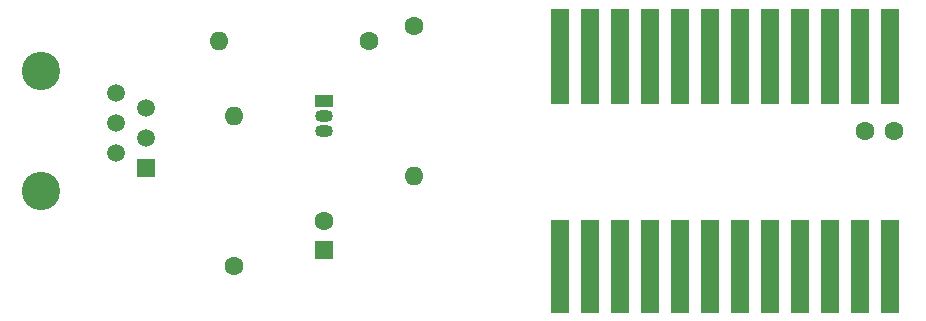
<source format=gbr>
%TF.GenerationSoftware,KiCad,Pcbnew,(6.0.9)*%
%TF.CreationDate,2022-11-19T17:04:49+01:00*%
%TF.ProjectId,esp32_ttgo_capaci,65737033-325f-4747-9467-6f5f63617061,rev?*%
%TF.SameCoordinates,Original*%
%TF.FileFunction,Soldermask,Bot*%
%TF.FilePolarity,Negative*%
%FSLAX46Y46*%
G04 Gerber Fmt 4.6, Leading zero omitted, Abs format (unit mm)*
G04 Created by KiCad (PCBNEW (6.0.9)) date 2022-11-19 17:04:49*
%MOMM*%
%LPD*%
G01*
G04 APERTURE LIST*
%ADD10O,1.600000X1.600000*%
%ADD11C,1.600000*%
%ADD12R,1.600000X1.600000*%
%ADD13R,1.500000X1.050000*%
%ADD14O,1.500000X1.050000*%
%ADD15R,1.524000X3.000000*%
%ADD16C,3.250000*%
%ADD17R,1.520000X1.520000*%
%ADD18C,1.520000*%
G04 APERTURE END LIST*
D10*
%TO.C,R2*%
X55880000Y-34290000D03*
D11*
X55880000Y-21590000D03*
%TD*%
%TO.C,C2*%
X94020000Y-30480000D03*
X96520000Y-30480000D03*
%TD*%
D12*
%TO.C,C1*%
X48260000Y-40600000D03*
D11*
X48260000Y-38100000D03*
%TD*%
D13*
%TO.C,Q1*%
X48260000Y-27940000D03*
D14*
X48260000Y-29210000D03*
X48260000Y-30480000D03*
%TD*%
D11*
%TO.C,R3*%
X52070000Y-22860000D03*
D10*
X39370000Y-22860000D03*
%TD*%
D15*
%TO.C,MCU1*%
X96175000Y-26797000D03*
X96175000Y-21590000D03*
X96175000Y-24257000D03*
X93635000Y-26797000D03*
X93635000Y-21590000D03*
X93635000Y-24257000D03*
X91095000Y-21590000D03*
X91095000Y-26797000D03*
X91095000Y-24257000D03*
X88555000Y-26797000D03*
X88555000Y-21590000D03*
X88555000Y-24257000D03*
X86015000Y-24257000D03*
X86015000Y-21590000D03*
X86015000Y-26797000D03*
X83475000Y-26797000D03*
X83475000Y-21590000D03*
X83475000Y-24257000D03*
X80935000Y-26797000D03*
X80935000Y-21590000D03*
X80935000Y-24257000D03*
X78395000Y-26797000D03*
X78395000Y-24257000D03*
X78395000Y-21590000D03*
X75855000Y-21590000D03*
X75855000Y-24257000D03*
X75855000Y-26797000D03*
X73315000Y-26797000D03*
X73315000Y-24257000D03*
X73315000Y-21590000D03*
X70775000Y-21590000D03*
X70775000Y-26797000D03*
X70775000Y-24257000D03*
X68235000Y-21590000D03*
X68235000Y-24257000D03*
X68235000Y-26797000D03*
X96175000Y-42037000D03*
X96175000Y-39497000D03*
X96175000Y-44450000D03*
X93635000Y-44450000D03*
X93635000Y-39497000D03*
X93635000Y-42037000D03*
X91095000Y-44450000D03*
X91095000Y-39497000D03*
X91095000Y-42037000D03*
X88555000Y-42037000D03*
X88555000Y-39497000D03*
X88555000Y-44450000D03*
X86015000Y-44450000D03*
X86015000Y-42037000D03*
X86015000Y-39497000D03*
X83475000Y-44450000D03*
X83475000Y-39497000D03*
X83475000Y-42037000D03*
X80935000Y-44450000D03*
X80935000Y-39497000D03*
X80935000Y-42037000D03*
X78395000Y-44450000D03*
X78395000Y-42037000D03*
X78395000Y-39497000D03*
X75855000Y-42037000D03*
X75855000Y-44450000D03*
X75855000Y-39497000D03*
X73315000Y-44450000D03*
X73315000Y-42037000D03*
X73315000Y-39497000D03*
X70775000Y-42037000D03*
X70775000Y-39497000D03*
X70775000Y-44450000D03*
X68235000Y-44450000D03*
X68235000Y-39497000D03*
X68235000Y-42037000D03*
%TD*%
D11*
%TO.C,R1*%
X40640000Y-41910000D03*
D10*
X40640000Y-29210000D03*
%TD*%
D16*
%TO.C,J1*%
X24280000Y-25400000D03*
X24280000Y-35560000D03*
D17*
X33170000Y-33650000D03*
D18*
X30630000Y-32380000D03*
X33170000Y-31110000D03*
X30630000Y-29840000D03*
X33170000Y-28570000D03*
X30630000Y-27300000D03*
%TD*%
M02*

</source>
